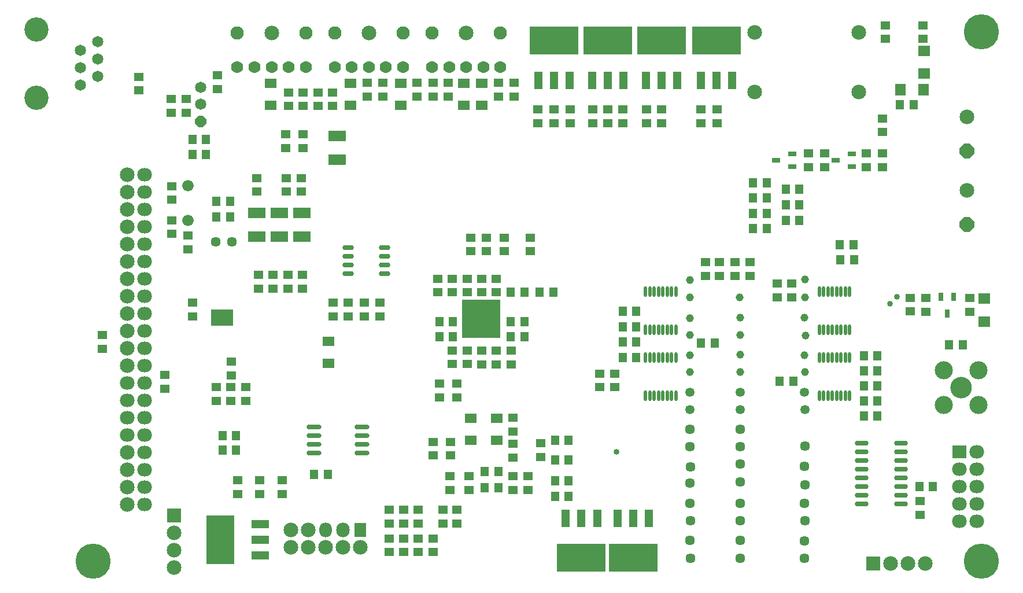
<source format=gbs>
G04*
G04 #@! TF.GenerationSoftware,Altium Limited,Altium Designer,21.9.1 (22)*
G04*
G04 Layer_Color=16711935*
%FSLAX44Y44*%
%MOMM*%
G71*
G04*
G04 #@! TF.SameCoordinates,E6CF621C-C939-4E50-91FD-6E13A024CA84*
G04*
G04*
G04 #@! TF.FilePolarity,Negative*
G04*
G01*
G75*
%ADD26R,1.4000X1.1500*%
%ADD30R,0.7500X1.1500*%
%ADD31R,1.1500X1.4000*%
%ADD32R,1.1500X0.7500*%
%ADD38R,2.1500X2.1500*%
%ADD39R,2.5500X1.5500*%
%ADD44O,2.0000X0.7500*%
%ADD55R,1.7500X1.3500*%
%ADD58C,0.8500*%
%ADD59R,2.1500X1.9500*%
%ADD60O,2.1500X1.9500*%
%ADD61R,5.7032X5.7032*%
%ADD62C,1.6500*%
%ADD63C,2.1500*%
%ADD64P,2.3272X8X112.5*%
%ADD65R,1.7500X2.1500*%
%ADD66O,1.9500X2.1500*%
%ADD67O,1.8500X2.1500*%
%ADD68R,2.1500X2.1500*%
%ADD69C,3.1500*%
%ADD70C,2.6500*%
%ADD71P,1.7860X8X112.5*%
%ADD72C,1.6740*%
%ADD73C,5.1500*%
%ADD74C,1.4500*%
%ADD75C,1.7740*%
%ADD76C,1.9500*%
%ADD77C,0.6500*%
%ADD78C,3.5500*%
%ADD79C,1.3500*%
%ADD80C,1.1500*%
%ADD158R,3.2750X2.3750*%
%ADD159R,1.1500X2.5500*%
%ADD160R,7.1500X4.1500*%
G04:AMPARAMS|DCode=161|XSize=1.7mm|YSize=0.75mm|CornerRadius=0.375mm|HoleSize=0mm|Usage=FLASHONLY|Rotation=0.000|XOffset=0mm|YOffset=0mm|HoleType=Round|Shape=RoundedRectangle|*
%AMROUNDEDRECTD161*
21,1,1.7000,0.0000,0,0,0.0*
21,1,0.9500,0.7500,0,0,0.0*
1,1,0.7500,0.4750,0.0000*
1,1,0.7500,-0.4750,0.0000*
1,1,0.7500,-0.4750,0.0000*
1,1,0.7500,0.4750,0.0000*
%
%ADD161ROUNDEDRECTD161*%
%ADD162O,2.1500X0.7500*%
%ADD163O,0.5000X1.5500*%
%ADD164R,1.7000X1.5000*%
%ADD165R,1.5000X1.7000*%
%ADD166R,4.1500X7.1500*%
%ADD167R,2.5500X1.1500*%
D26*
X746673Y-680446D02*
D03*
Y-700446D02*
D03*
X660325Y-680446D02*
D03*
Y-700446D02*
D03*
X724078Y-680446D02*
D03*
Y-700446D02*
D03*
X632395Y-680446D02*
D03*
Y-700446D02*
D03*
X765529Y-652383D02*
D03*
Y-632383D02*
D03*
X123424Y-473743D02*
D03*
Y-493743D02*
D03*
X1265750Y-157000D02*
D03*
Y-177000D02*
D03*
X1242038Y-228303D02*
D03*
Y-208303D02*
D03*
X1265750Y-228303D02*
D03*
Y-208303D02*
D03*
X1180407Y-228303D02*
D03*
Y-208303D02*
D03*
X1157500D02*
D03*
Y-228303D02*
D03*
X543047Y-791728D02*
D03*
Y-771728D02*
D03*
X564531Y-791728D02*
D03*
Y-771728D02*
D03*
X586016D02*
D03*
Y-791728D02*
D03*
X607500Y-771728D02*
D03*
Y-791728D02*
D03*
X543047Y-729747D02*
D03*
Y-749747D02*
D03*
X564531Y-729747D02*
D03*
Y-749747D02*
D03*
X586016D02*
D03*
Y-729747D02*
D03*
X642559D02*
D03*
Y-749747D02*
D03*
X622109D02*
D03*
Y-729747D02*
D03*
X248250Y-328500D02*
D03*
Y-348500D02*
D03*
X417417Y-180000D02*
D03*
Y-200000D02*
D03*
X642750Y-565000D02*
D03*
Y-545000D02*
D03*
X711750Y-331250D02*
D03*
Y-351250D02*
D03*
X290250Y-550000D02*
D03*
Y-570000D02*
D03*
X333000D02*
D03*
Y-550000D02*
D03*
X749500Y-351250D02*
D03*
Y-331250D02*
D03*
X617000Y-545000D02*
D03*
Y-565000D02*
D03*
X312000Y-532750D02*
D03*
Y-512750D02*
D03*
X311625Y-570000D02*
D03*
Y-550000D02*
D03*
X873500Y-530250D02*
D03*
Y-550250D02*
D03*
X851500Y-530250D02*
D03*
Y-550250D02*
D03*
X255500Y-426750D02*
D03*
Y-446750D02*
D03*
X215000Y-552500D02*
D03*
Y-532500D02*
D03*
X224500Y-148500D02*
D03*
Y-128500D02*
D03*
X246000Y-148500D02*
D03*
Y-128500D02*
D03*
X1393500Y-440000D02*
D03*
Y-420000D02*
D03*
X1306130Y-439500D02*
D03*
Y-419500D02*
D03*
X176480Y-116000D02*
D03*
Y-96000D02*
D03*
X1320250Y-716750D02*
D03*
Y-736750D02*
D03*
X1328821Y-439751D02*
D03*
Y-419751D02*
D03*
X841000Y-163750D02*
D03*
Y-143750D02*
D03*
X863250Y-163750D02*
D03*
Y-143750D02*
D03*
X1006000Y-387250D02*
D03*
Y-367250D02*
D03*
X1027000Y-387250D02*
D03*
Y-367250D02*
D03*
X1050000Y-387250D02*
D03*
Y-367250D02*
D03*
X1111000Y-398750D02*
D03*
Y-418750D02*
D03*
X1071250Y-367250D02*
D03*
Y-387250D02*
D03*
X1132750Y-398750D02*
D03*
Y-418750D02*
D03*
X1270000Y-20500D02*
D03*
Y-40500D02*
D03*
X1325000Y-20500D02*
D03*
Y-40500D02*
D03*
X635687Y-496250D02*
D03*
Y-516250D02*
D03*
X292000Y-93750D02*
D03*
Y-113750D02*
D03*
X1000000Y-163750D02*
D03*
Y-143750D02*
D03*
X1023000D02*
D03*
Y-163750D02*
D03*
X607500Y-650073D02*
D03*
Y-630073D02*
D03*
X724078Y-653323D02*
D03*
Y-633323D02*
D03*
X632750Y-650073D02*
D03*
Y-630073D02*
D03*
X724078Y-594948D02*
D03*
Y-614948D02*
D03*
X920111Y-143750D02*
D03*
Y-163750D02*
D03*
X942361D02*
D03*
Y-143750D02*
D03*
X685750Y-351250D02*
D03*
Y-331250D02*
D03*
X657500Y-391500D02*
D03*
Y-411500D02*
D03*
X386250Y-706250D02*
D03*
Y-686250D02*
D03*
X678562Y-516750D02*
D03*
Y-496750D02*
D03*
X321500Y-706250D02*
D03*
Y-686250D02*
D03*
X529750Y-426750D02*
D03*
Y-446750D02*
D03*
X506750Y-426750D02*
D03*
Y-446750D02*
D03*
X351750Y-405750D02*
D03*
Y-385750D02*
D03*
X394917Y-405750D02*
D03*
Y-385750D02*
D03*
X416500Y-405750D02*
D03*
Y-385750D02*
D03*
X349000Y-264250D02*
D03*
Y-244250D02*
D03*
X396000Y-118750D02*
D03*
Y-138750D02*
D03*
X417417Y-118750D02*
D03*
Y-138750D02*
D03*
X438833Y-118750D02*
D03*
Y-138750D02*
D03*
X460250Y-118750D02*
D03*
Y-138750D02*
D03*
X511250Y-124750D02*
D03*
Y-104750D02*
D03*
X533750Y-124750D02*
D03*
Y-104750D02*
D03*
X607500Y-104750D02*
D03*
Y-124750D02*
D03*
X629500D02*
D03*
Y-104750D02*
D03*
X703000D02*
D03*
Y-124750D02*
D03*
X726000D02*
D03*
Y-104750D02*
D03*
X784500Y-143750D02*
D03*
Y-163750D02*
D03*
X760625Y-143750D02*
D03*
Y-163750D02*
D03*
X635687Y-391500D02*
D03*
Y-411500D02*
D03*
X678562Y-391500D02*
D03*
Y-411500D02*
D03*
X700000Y-391500D02*
D03*
Y-411500D02*
D03*
X808375Y-143750D02*
D03*
Y-163750D02*
D03*
X614250Y-391500D02*
D03*
Y-411500D02*
D03*
X885750Y-143750D02*
D03*
Y-163750D02*
D03*
X657500Y-516250D02*
D03*
Y-496250D02*
D03*
X721750Y-516750D02*
D03*
Y-496750D02*
D03*
X700000Y-516750D02*
D03*
Y-496750D02*
D03*
X353500Y-706250D02*
D03*
Y-686250D02*
D03*
X662500Y-351250D02*
D03*
Y-331250D02*
D03*
X461250Y-426750D02*
D03*
Y-446750D02*
D03*
X373333Y-405750D02*
D03*
Y-385750D02*
D03*
X483250Y-426750D02*
D03*
Y-446750D02*
D03*
X584000Y-124750D02*
D03*
Y-104750D02*
D03*
X392250Y-244250D02*
D03*
Y-264250D02*
D03*
X414500Y-244250D02*
D03*
Y-264250D02*
D03*
X391500Y-200000D02*
D03*
Y-180000D02*
D03*
X224750Y-256000D02*
D03*
Y-276000D02*
D03*
X224750Y-306000D02*
D03*
Y-326000D02*
D03*
D30*
X1360490Y-442250D02*
D03*
X1369990Y-418250D02*
D03*
X1350990D02*
D03*
D31*
X786120Y-710378D02*
D03*
X806120D02*
D03*
X703000Y-697719D02*
D03*
X683000D02*
D03*
X703000Y-674019D02*
D03*
X683000D02*
D03*
X786120Y-628183D02*
D03*
X806120D02*
D03*
X786120Y-656846D02*
D03*
X806120D02*
D03*
X1258250Y-591922D02*
D03*
X1238250D02*
D03*
X275250Y-210000D02*
D03*
X255250D02*
D03*
X275250Y-187500D02*
D03*
X255250D02*
D03*
X319250Y-642500D02*
D03*
X299250D02*
D03*
X783500Y-410750D02*
D03*
X763500D02*
D03*
X1203750Y-363500D02*
D03*
X1223750D02*
D03*
X1203250Y-341500D02*
D03*
X1223250D02*
D03*
X319250Y-621250D02*
D03*
X299250D02*
D03*
X1363250Y-488500D02*
D03*
X1383250D02*
D03*
X1319500Y-695250D02*
D03*
X1339500D02*
D03*
X885000Y-506750D02*
D03*
X905000D02*
D03*
X885000Y-484167D02*
D03*
X905000D02*
D03*
Y-461583D02*
D03*
X885000D02*
D03*
Y-439000D02*
D03*
X905000D02*
D03*
X1114750Y-541500D02*
D03*
X1134750D02*
D03*
X1019750Y-486000D02*
D03*
X999750D02*
D03*
X1258250Y-526417D02*
D03*
X1238250D02*
D03*
Y-570250D02*
D03*
X1258250D02*
D03*
X1238250Y-504500D02*
D03*
X1258250D02*
D03*
X1238250Y-548333D02*
D03*
X1258250D02*
D03*
X1291250Y-137000D02*
D03*
X1311250D02*
D03*
X1123750Y-306329D02*
D03*
X1143750D02*
D03*
X1123750Y-260162D02*
D03*
X1143750D02*
D03*
X1123750Y-283412D02*
D03*
X1143750D02*
D03*
X310500Y-278250D02*
D03*
X290500D02*
D03*
X433250Y-677500D02*
D03*
X453250D02*
D03*
X1096000Y-295778D02*
D03*
X1076000D02*
D03*
Y-273305D02*
D03*
X1096000D02*
D03*
X1076000Y-318250D02*
D03*
X1096000D02*
D03*
X1076000Y-250833D02*
D03*
X1096000D02*
D03*
X806120Y-687043D02*
D03*
X786120D02*
D03*
X741500Y-454250D02*
D03*
X721500D02*
D03*
X616750D02*
D03*
X636750D02*
D03*
X741500Y-410750D02*
D03*
X721500D02*
D03*
X616750Y-476250D02*
D03*
X636750D02*
D03*
X741250D02*
D03*
X721250D02*
D03*
X290500Y-301250D02*
D03*
X310500D02*
D03*
D32*
X1196981Y-218143D02*
D03*
X1220981Y-227643D02*
D03*
Y-208643D02*
D03*
X1109516Y-218303D02*
D03*
X1133515Y-227803D02*
D03*
Y-208803D02*
D03*
D38*
X228000Y-737900D02*
D03*
D39*
X466750Y-182500D02*
D03*
Y-217500D02*
D03*
X349000Y-295000D02*
D03*
Y-330000D02*
D03*
X382000D02*
D03*
Y-295000D02*
D03*
X415250Y-330000D02*
D03*
Y-295000D02*
D03*
D44*
X1235000Y-721420D02*
D03*
Y-708720D02*
D03*
Y-696020D02*
D03*
Y-683320D02*
D03*
Y-670620D02*
D03*
Y-657920D02*
D03*
Y-645220D02*
D03*
Y-632520D02*
D03*
X1293000Y-721420D02*
D03*
Y-708720D02*
D03*
Y-696020D02*
D03*
Y-683320D02*
D03*
Y-670620D02*
D03*
Y-657920D02*
D03*
Y-645220D02*
D03*
Y-632520D02*
D03*
D55*
X454250Y-515250D02*
D03*
Y-483250D02*
D03*
X662325Y-595948D02*
D03*
Y-627948D02*
D03*
X700407D02*
D03*
Y-595948D02*
D03*
X369750Y-137750D02*
D03*
Y-105750D02*
D03*
X486500Y-105750D02*
D03*
Y-137750D02*
D03*
X560000Y-105750D02*
D03*
Y-137750D02*
D03*
X652750Y-137750D02*
D03*
Y-105750D02*
D03*
X678500Y-137750D02*
D03*
Y-105750D02*
D03*
D58*
X876250Y-645000D02*
D03*
X1286500Y-418000D02*
D03*
X1276500Y-428000D02*
D03*
D59*
X1377800Y-644950D02*
D03*
D60*
X1403200Y-746550D02*
D03*
Y-695750D02*
D03*
Y-721150D02*
D03*
X1377800Y-746550D02*
D03*
Y-721150D02*
D03*
X1403200Y-644950D02*
D03*
X1377800Y-670350D02*
D03*
X1403200D02*
D03*
X1377800Y-695750D02*
D03*
X185400Y-239200D02*
D03*
Y-264600D02*
D03*
Y-290100D02*
D03*
Y-315400D02*
D03*
Y-340900D02*
D03*
Y-366200D02*
D03*
Y-391600D02*
D03*
Y-417000D02*
D03*
Y-442400D02*
D03*
Y-468000D02*
D03*
X160000Y-544000D02*
D03*
Y-569400D02*
D03*
Y-594800D02*
D03*
Y-620200D02*
D03*
X185400Y-493200D02*
D03*
Y-518600D02*
D03*
Y-544000D02*
D03*
Y-569400D02*
D03*
Y-594800D02*
D03*
Y-620200D02*
D03*
Y-645600D02*
D03*
Y-671000D02*
D03*
Y-696400D02*
D03*
Y-721800D02*
D03*
D61*
X677750Y-449821D02*
D03*
D62*
X116400Y-44650D02*
D03*
X91000Y-57350D02*
D03*
X116400Y-70050D02*
D03*
X91000Y-82750D02*
D03*
X116400Y-95450D02*
D03*
X91000Y-108150D02*
D03*
X267370Y-136220D02*
D03*
Y-111220D02*
D03*
D63*
X1230500Y-118250D02*
D03*
Y-31250D02*
D03*
X1078000D02*
D03*
Y-118250D02*
D03*
X1389250Y-262250D02*
D03*
X399450Y-784700D02*
D03*
X450250D02*
D03*
X424850D02*
D03*
X399450Y-759300D02*
D03*
X424850D02*
D03*
X501050Y-784700D02*
D03*
X475650D02*
D03*
X1302380Y-808000D02*
D03*
X1276980D02*
D03*
X1327780D02*
D03*
X160000Y-239200D02*
D03*
Y-264600D02*
D03*
Y-290000D02*
D03*
Y-315500D02*
D03*
Y-340900D02*
D03*
Y-366300D02*
D03*
Y-391700D02*
D03*
Y-417200D02*
D03*
Y-442600D02*
D03*
Y-468000D02*
D03*
Y-493441D02*
D03*
Y-518600D02*
D03*
Y-645600D02*
D03*
Y-671000D02*
D03*
Y-696400D02*
D03*
Y-721800D02*
D03*
X1388750Y-154250D02*
D03*
X228000Y-814100D02*
D03*
Y-763300D02*
D03*
Y-788700D02*
D03*
X656000Y-32000D02*
D03*
X371000D02*
D03*
X513500D02*
D03*
D64*
X1389250Y-312250D02*
D03*
X1388750Y-204250D02*
D03*
D65*
X501050Y-759300D02*
D03*
D66*
X475650D02*
D03*
D67*
X450250D02*
D03*
D68*
X1251580Y-808000D02*
D03*
D69*
X1380250Y-551250D02*
D03*
D70*
X1405650Y-525850D02*
D03*
Y-576650D02*
D03*
X1354850D02*
D03*
Y-525850D02*
D03*
D71*
X267370Y-161220D02*
D03*
D72*
X248250Y-306250D02*
D03*
X248250Y-255751D02*
D03*
D73*
X1410000Y-30000D02*
D03*
Y-805000D02*
D03*
X110000D02*
D03*
X677750Y-449821D02*
D03*
D74*
X313000Y-337250D02*
D03*
X289250D02*
D03*
X1151429Y-666171D02*
D03*
Y-720546D02*
D03*
Y-774921D02*
D03*
X1057000Y-800250D02*
D03*
Y-774750D02*
D03*
Y-745875D02*
D03*
Y-720375D02*
D03*
Y-688500D02*
D03*
Y-663000D02*
D03*
Y-637125D02*
D03*
Y-611625D02*
D03*
X983250D02*
D03*
X984250Y-667000D02*
D03*
X983375Y-720500D02*
D03*
X983250Y-774750D02*
D03*
X1151500Y-800250D02*
D03*
X1151750Y-745750D02*
D03*
X1152250Y-692750D02*
D03*
X1152000Y-636750D02*
D03*
X984000Y-800250D02*
D03*
Y-745750D02*
D03*
X983750Y-690500D02*
D03*
X983750Y-637000D02*
D03*
D75*
X631000Y-82000D02*
D03*
X606000D02*
D03*
X681000D02*
D03*
X706000D02*
D03*
X656000D02*
D03*
X346000D02*
D03*
X321000D02*
D03*
X396000D02*
D03*
X421000D02*
D03*
X371000D02*
D03*
X488500D02*
D03*
X463500D02*
D03*
X538500D02*
D03*
X563500D02*
D03*
X513500D02*
D03*
D76*
X606000Y-32000D02*
D03*
X706000D02*
D03*
X321000D02*
D03*
X421000D02*
D03*
X463500D02*
D03*
X563500D02*
D03*
D77*
X699750Y-471821D02*
D03*
X688750D02*
D03*
X677750D02*
D03*
X666750D02*
D03*
X655750D02*
D03*
X699750Y-460821D02*
D03*
X655750D02*
D03*
X699750Y-449821D02*
D03*
X655750D02*
D03*
X699750Y-438821D02*
D03*
X655750D02*
D03*
X699750Y-427821D02*
D03*
X688750D02*
D03*
X677750D02*
D03*
X666750D02*
D03*
X655750D02*
D03*
D78*
X26900Y-126450D02*
D03*
Y-26450D02*
D03*
D79*
X983250Y-582750D02*
D03*
X1057000D02*
D03*
X1151429Y-557421D02*
D03*
X1057000Y-557250D02*
D03*
X983250D02*
D03*
X1152250Y-583000D02*
D03*
D80*
X1151750Y-392250D02*
D03*
X983958Y-503583D02*
D03*
X983250Y-474000D02*
D03*
X983750Y-449000D02*
D03*
X983250Y-419000D02*
D03*
Y-393500D02*
D03*
X1151429Y-448671D02*
D03*
Y-503046D02*
D03*
X1057000Y-528375D02*
D03*
Y-502875D02*
D03*
Y-474000D02*
D03*
Y-448500D02*
D03*
X1056750Y-419171D02*
D03*
X983250Y-528375D02*
D03*
X1152250Y-418500D02*
D03*
X1153250Y-474250D02*
D03*
X1152000Y-527750D02*
D03*
D158*
X298875Y-448375D02*
D03*
D159*
X965111Y-101000D02*
D03*
X942111D02*
D03*
X919111D02*
D03*
X840083D02*
D03*
X863083D02*
D03*
X886083D02*
D03*
X999250D02*
D03*
X1022250D02*
D03*
X1045250D02*
D03*
X923750Y-742000D02*
D03*
X900750D02*
D03*
X877750D02*
D03*
X847667D02*
D03*
X824667D02*
D03*
X801667D02*
D03*
X807500Y-101000D02*
D03*
X784500D02*
D03*
X761500D02*
D03*
D160*
X942111Y-43000D02*
D03*
X863083D02*
D03*
X1022250D02*
D03*
X900750Y-799999D02*
D03*
X824667D02*
D03*
X784500Y-43000D02*
D03*
D161*
X482850Y-384400D02*
D03*
Y-371700D02*
D03*
Y-359000D02*
D03*
Y-346300D02*
D03*
X536850D02*
D03*
Y-359000D02*
D03*
Y-371700D02*
D03*
Y-384400D02*
D03*
D162*
X503250Y-608200D02*
D03*
Y-620900D02*
D03*
Y-633600D02*
D03*
Y-646300D02*
D03*
X433250Y-608200D02*
D03*
Y-620900D02*
D03*
Y-633600D02*
D03*
Y-646300D02*
D03*
D163*
X918775Y-410250D02*
D03*
X925125D02*
D03*
X931475D02*
D03*
X937825D02*
D03*
X944175D02*
D03*
X950525D02*
D03*
X956875D02*
D03*
X963225D02*
D03*
X918775Y-466250D02*
D03*
X925125D02*
D03*
X931475D02*
D03*
X937825D02*
D03*
X944175D02*
D03*
X950525D02*
D03*
X956875D02*
D03*
X963225D02*
D03*
X1217475Y-562750D02*
D03*
X1211125D02*
D03*
X1204775D02*
D03*
X1198425D02*
D03*
X1192075D02*
D03*
X1185725D02*
D03*
X1179375D02*
D03*
X1173025D02*
D03*
X1217475Y-506750D02*
D03*
X1211125D02*
D03*
X1204775D02*
D03*
X1198425D02*
D03*
X1192075D02*
D03*
X1185725D02*
D03*
X1179375D02*
D03*
X1173025D02*
D03*
X1217475Y-466250D02*
D03*
X1211125D02*
D03*
X1204775D02*
D03*
X1198425D02*
D03*
X1192075D02*
D03*
X1185725D02*
D03*
X1179375D02*
D03*
X1173025D02*
D03*
X1217475Y-410250D02*
D03*
X1211125D02*
D03*
X1204775D02*
D03*
X1198425D02*
D03*
X1192075D02*
D03*
X1185725D02*
D03*
X1179375D02*
D03*
X1173025D02*
D03*
X963225Y-562750D02*
D03*
X956875D02*
D03*
X950525D02*
D03*
X944175D02*
D03*
X937825D02*
D03*
X931475D02*
D03*
X925125D02*
D03*
X918775D02*
D03*
X963225Y-506750D02*
D03*
X956875D02*
D03*
X950525D02*
D03*
X944175D02*
D03*
X937825D02*
D03*
X931475D02*
D03*
X925125D02*
D03*
X918775D02*
D03*
D164*
X1414750Y-454250D02*
D03*
Y-420750D02*
D03*
X1326500Y-58000D02*
D03*
Y-91500D02*
D03*
D165*
X1292000Y-114500D02*
D03*
X1325500D02*
D03*
D166*
X296250Y-773500D02*
D03*
D167*
X354250Y-796500D02*
D03*
Y-773500D02*
D03*
Y-750500D02*
D03*
M02*

</source>
